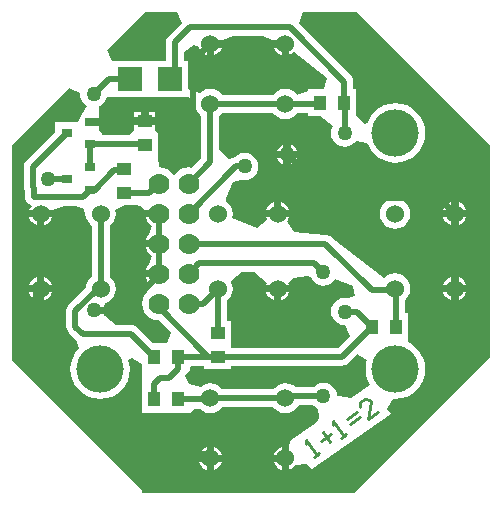
<source format=gtl>
%FSLAX24Y24*%
%MOIN*%
G70*
G01*
G75*
G04 Layer_Physical_Order=1*
G04 Layer_Color=255*
%ADD10R,0.0400X0.0500*%
%ADD11R,0.0800X0.0800*%
%ADD12R,0.0500X0.0400*%
%ADD13R,0.0354X0.0315*%
%ADD14C,0.0197*%
%ADD15C,0.0100*%
%ADD16C,0.1575*%
%ADD17C,0.0700*%
%ADD18C,0.0600*%
%ADD19C,0.0500*%
G36*
X3978Y-3646D02*
X3948Y-3743D01*
X3929Y-3937D01*
X3948Y-4131D01*
X4005Y-4317D01*
X4077Y-4453D01*
X4076Y-4454D01*
Y-4454D01*
X4076Y-4454D01*
X3440Y-4899D01*
X3038Y-4846D01*
X2971Y-4817D01*
X2958Y-4720D01*
X2913Y-4611D01*
X2841Y-4517D01*
X2747Y-4445D01*
X2637Y-4399D01*
X2520Y-4384D01*
X2402Y-4399D01*
X2293Y-4445D01*
X2199Y-4517D01*
X2183Y-4537D01*
X1591D01*
X1502Y-4469D01*
X1381Y-4418D01*
X1250Y-4401D01*
X1119Y-4418D01*
X998Y-4469D01*
X893Y-4549D01*
X851Y-4605D01*
X-851D01*
X-893Y-4549D01*
X-998Y-4469D01*
X-1119Y-4418D01*
X-1250Y-4401D01*
X-1381Y-4418D01*
X-1502Y-4469D01*
X-1571Y-4521D01*
X-1954Y-4432D01*
X-2087Y-4163D01*
X-2031Y-4074D01*
X-1924Y-3978D01*
X-1924D01*
Y-3901D01*
X-1879Y-3829D01*
X-1458D01*
Y-3921D01*
X-558D01*
Y-3822D01*
X3137D01*
X3215Y-3812D01*
X3288Y-3782D01*
X3350Y-3734D01*
X3350Y-3734D01*
X3350Y-3734D01*
X3640Y-3444D01*
X3978Y-3646D01*
D02*
G37*
G36*
X8063Y3528D02*
Y-3528D01*
X3528Y-8063D01*
X-3528D01*
Y-7962D01*
X-7861Y-3628D01*
Y-101D01*
Y-0D01*
X-7861D01*
X-7861Y0D01*
X-7861Y0D01*
Y3528D01*
X-5943Y5446D01*
X-5590Y5272D01*
X-5594Y5241D01*
X-5579Y5123D01*
X-5533Y5014D01*
X-5461Y4920D01*
X-5367Y4848D01*
X-5367Y4848D01*
X-5528Y4562D01*
X-5528Y4562D01*
D01*
D01*
X-5661Y4288D01*
D01*
X-5661Y4288D01*
X-6415D01*
Y3979D01*
X-7369Y3025D01*
X-7417Y2963D01*
X-7447Y2891D01*
X-7457Y2813D01*
Y2142D01*
X-7447Y2064D01*
X-7432Y2028D01*
Y1814D01*
X-7421Y1736D01*
X-7391Y1664D01*
X-7343Y1601D01*
X-7281Y1553D01*
X-7281Y1553D01*
D01*
D01*
D01*
X-7281D01*
X-7206Y1516D01*
X-7255Y1452D01*
X-7289Y1370D01*
X-6478D01*
X-6133Y1513D01*
X-5713D01*
X-5452Y1405D01*
X-5410Y1250D01*
X-5410Y1250D01*
X-5410D01*
X-5393Y1119D01*
X-5342Y998D01*
X-5262Y893D01*
X-5207Y851D01*
Y-851D01*
X-5262Y-893D01*
X-5342Y-998D01*
X-5393Y-1119D01*
X-5407Y-1225D01*
X-5958Y-1777D01*
X-6006Y-1839D01*
X-6036Y-1911D01*
X-6046Y-1989D01*
Y-2520D01*
X-6046Y-2520D01*
X-6046D01*
X-6036Y-2598D01*
X-6006Y-2670D01*
X-5958Y-2733D01*
X-5721Y-2969D01*
X-5623Y-3235D01*
X-5746Y-3386D01*
X-5838Y-3557D01*
X-5894Y-3743D01*
X-5913Y-3937D01*
X-5894Y-4131D01*
X-5838Y-4317D01*
X-5746Y-4488D01*
X-5623Y-4639D01*
X-5472Y-4762D01*
X-5301Y-4854D01*
X-5115Y-4910D01*
X-4921Y-4929D01*
X-4728Y-4910D01*
X-4542Y-4854D01*
X-4370Y-4762D01*
X-4220Y-4639D01*
X-4096Y-4488D01*
X-4005Y-4317D01*
X-3948Y-4131D01*
X-3929Y-3937D01*
X-3948Y-3743D01*
X-3980Y-3637D01*
X-3867Y-3570D01*
X-3524Y-3764D01*
Y-3978D01*
X-3524D01*
X-3510Y-3995D01*
X-3518Y-3985D01*
X-3518Y-4489D01*
X-3518D01*
Y-5389D01*
X-1918D01*
Y-5389D01*
X-1769Y-5250D01*
X-1607Y-5262D01*
X-1502Y-5342D01*
X-1381Y-5393D01*
X-1250Y-5410D01*
X-1119Y-5393D01*
X-998Y-5342D01*
X-893Y-5262D01*
X-851Y-5207D01*
X851D01*
X893Y-5262D01*
X998Y-5342D01*
X1119Y-5393D01*
X1250Y-5410D01*
X1381Y-5393D01*
X1502Y-5342D01*
X1607Y-5262D01*
X1687Y-5158D01*
X1695Y-5139D01*
X2183D01*
X2199Y-5159D01*
X2293Y-5231D01*
X2338Y-5249D01*
X2369Y-5532D01*
X2352Y-5661D01*
X2178Y-5783D01*
X2178Y-5783D01*
Y-5783D01*
X1455Y-6289D01*
Y-6289D01*
X1370Y-6481D01*
Y-6906D01*
Y-7289D01*
X1452Y-7255D01*
X1535Y-7191D01*
X1578Y-7135D01*
X1970Y-7105D01*
X2144Y-7271D01*
X2144Y-7271D01*
X4764Y-5436D01*
X4641Y-5261D01*
X4840Y-4921D01*
X4921Y-4929D01*
X5115Y-4910D01*
X5301Y-4854D01*
X5472Y-4762D01*
X5623Y-4639D01*
X5746Y-4488D01*
X5838Y-4317D01*
X5894Y-4131D01*
X5913Y-3937D01*
X5894Y-3743D01*
X5838Y-3557D01*
X5746Y-3386D01*
X5623Y-3235D01*
X5472Y-3112D01*
X5339Y-3040D01*
Y-2970D01*
X5339D01*
Y-2070D01*
X5240D01*
Y-1624D01*
X5262Y-1607D01*
X5342Y-1502D01*
X5393Y-1381D01*
X5410Y-1250D01*
X5393Y-1119D01*
X5342Y-998D01*
X5262Y-893D01*
X5158Y-813D01*
X5036Y-763D01*
X4906Y-746D01*
X4775Y-763D01*
X4653Y-813D01*
X4549Y-893D01*
X2796Y451D01*
X2791Y457D01*
X2728Y505D01*
X2656Y535D01*
X2578Y545D01*
X2578Y545D01*
X2578Y545D01*
X1537Y637D01*
X1394Y823D01*
X1315Y1003D01*
X1349Y1048D01*
X1383Y1130D01*
X617D01*
X648Y1054D01*
X636Y1037D01*
X303Y782D01*
X-513Y1119D01*
X-496Y1250D01*
X-513Y1381D01*
X-563Y1502D01*
X-643Y1607D01*
X-710Y1658D01*
X-717Y1761D01*
X-499Y2288D01*
D01*
X-218Y2384D01*
X-101Y2368D01*
X17Y2384D01*
X126Y2429D01*
X220Y2501D01*
X292Y2595D01*
X338Y2705D01*
X353Y2822D01*
X338Y2940D01*
X292Y3049D01*
X220Y3143D01*
X126Y3215D01*
X17Y3260D01*
X-101Y3276D01*
X-218Y3260D01*
X-328Y3215D01*
X-422Y3143D01*
D01*
X-622Y3054D01*
X-949Y3381D01*
Y4506D01*
X-893Y4549D01*
X-851Y4605D01*
X851D01*
X893Y4549D01*
X998Y4469D01*
X1119Y4418D01*
X1250Y4401D01*
X1381Y4418D01*
X1502Y4469D01*
X1607Y4549D01*
X1649Y4605D01*
X2019D01*
Y4489D01*
X2401D01*
X2832Y4158D01*
X2787Y4048D01*
X2771Y3931D01*
X2787Y3813D01*
X2832Y3704D01*
X2904Y3610D01*
X2998Y3538D01*
X3108Y3492D01*
X3225Y3477D01*
X3343Y3492D01*
X3452Y3538D01*
X3546Y3610D01*
X3601Y3681D01*
X3988Y3611D01*
X4005Y3557D01*
X4096Y3386D01*
X4220Y3235D01*
X4370Y3112D01*
X4542Y3020D01*
X4728Y2964D01*
X4921Y2945D01*
X5115Y2964D01*
X5301Y3020D01*
X5472Y3112D01*
X5623Y3235D01*
X5746Y3386D01*
X5838Y3557D01*
X5894Y3743D01*
X5913Y3937D01*
X5894Y4131D01*
X5838Y4317D01*
X5746Y4488D01*
X5623Y4639D01*
X5472Y4762D01*
X5301Y4854D01*
X5115Y4910D01*
X4921Y4929D01*
X4728Y4910D01*
X4542Y4854D01*
X4370Y4762D01*
X4220Y4639D01*
X4096Y4488D01*
X4005Y4317D01*
X3986Y4254D01*
X3921Y4242D01*
X3619Y4495D01*
Y5389D01*
X3520D01*
Y5650D01*
X3510Y5728D01*
X3480Y5801D01*
X3432Y5863D01*
X1697Y7598D01*
X1847Y7962D01*
X1847Y7962D01*
X3628D01*
X8063Y3528D01*
D02*
G37*
G36*
X651Y-1048D02*
X617Y-1130D01*
X1383D01*
X1349Y-1048D01*
X1552Y-893D01*
X1984Y-836D01*
X2099Y-867D01*
X2127Y-932D01*
X2199Y-1026D01*
X2293Y-1099D01*
X2402Y-1144D01*
X2520Y-1159D01*
X2637Y-1144D01*
X2747Y-1099D01*
X2841Y-1026D01*
X2912Y-934D01*
X2916Y-934D01*
X3500Y-1176D01*
X3576Y-1501D01*
X3343Y-1577D01*
X3225Y-1562D01*
X3108Y-1577D01*
X2998Y-1623D01*
X2904Y-1695D01*
X2832Y-1789D01*
X2787Y-1898D01*
X2771Y-2016D01*
X2787Y-2133D01*
X2832Y-2243D01*
X2904Y-2337D01*
X2998Y-2409D01*
X3108Y-2454D01*
X3225Y-2470D01*
X3237Y-2468D01*
X3411Y-2821D01*
X3012Y-3220D01*
X-558D01*
Y-3121D01*
Y-2321D01*
X-699D01*
Y-1649D01*
X-643Y-1607D01*
X-563Y-1502D01*
X-513Y-1381D01*
X-496Y-1250D01*
X-513Y-1119D01*
X-549Y-1032D01*
X-488Y-940D01*
X-181Y-704D01*
X202D01*
X651Y-1048D01*
D02*
G37*
G36*
X-3682Y1521D02*
X-3682Y1521D01*
X-3529Y1458D01*
X-3447Y1364D01*
X-2968D01*
Y1124D01*
X-3406D01*
X-3362Y1017D01*
X-3289Y923D01*
X-3195Y851D01*
X-3195Y851D01*
D01*
X-3289Y565D01*
X-3362Y471D01*
X-3406Y364D01*
X-2968D01*
Y124D01*
X-3406D01*
X-3362Y17D01*
X-3289Y-77D01*
X-3195Y-149D01*
X-3195Y-149D01*
D01*
X-3289Y-435D01*
X-3362Y-529D01*
X-3406Y-636D01*
X-2968D01*
Y-876D01*
X-3406D01*
X-3362Y-983D01*
X-3289Y-1077D01*
D01*
X-3289Y-1077D01*
X-3361Y-1364D01*
X-3449Y-1479D01*
X-3504Y-1612D01*
X-3523Y-1756D01*
X-3504Y-1899D01*
X-3449Y-2033D01*
X-3361Y-2148D01*
X-3246Y-2236D01*
X-3112Y-2292D01*
X-2968Y-2311D01*
X-2955Y-2309D01*
X-2550Y-2714D01*
X-2700Y-3078D01*
X-3149D01*
X-3683Y-2543D01*
X-3746Y-2495D01*
X-3818Y-2465D01*
X-3896Y-2455D01*
X-4409D01*
X-4774Y-2175D01*
X-4805Y-2128D01*
X-4789Y-2088D01*
X-5118D01*
Y-1849D01*
X-4777D01*
X-4775Y-1737D01*
D01*
X-4775Y-1737D01*
X-4653Y-1687D01*
X-4549Y-1607D01*
X-4469Y-1502D01*
X-4418Y-1381D01*
X-4401Y-1250D01*
X-4418Y-1119D01*
X-4469Y-998D01*
X-4549Y-893D01*
X-4605Y-851D01*
Y851D01*
X-4549Y893D01*
X-4469Y998D01*
X-4418Y1119D01*
X-4401Y1250D01*
X-4401Y1250D01*
X-4401Y1250D01*
X-4418Y1381D01*
X-4079Y1521D01*
X-3682D01*
X-3682Y1521D01*
D02*
G37*
G36*
X-1981Y5145D02*
X-1981Y5145D01*
X-1741Y5046D01*
X-1737Y5036D01*
X-1754Y4906D01*
X-1737Y4775D01*
X-1687Y4653D01*
X-1607Y4549D01*
X-1551Y4506D01*
Y3087D01*
X-1854Y2784D01*
X-1969Y2799D01*
X-2112Y2780D01*
X-2246Y2725D01*
X-2361Y2636D01*
X-2449Y2521D01*
D01*
X-2576Y2636D01*
X-2576Y2636D01*
Y2636D01*
X-2691Y2725D01*
X-2825Y2780D01*
X-2968Y2799D01*
X-2977Y3134D01*
X-2977Y3134D01*
X-2977Y3134D01*
Y3755D01*
X-2977Y3755D01*
X-2977Y3755D01*
X-2977Y3934D01*
X-3077Y4034D01*
X-3077Y4212D01*
X-3077Y4212D01*
X-3077Y4212D01*
Y4214D01*
X-3777D01*
Y4212D01*
X-3777Y4212D01*
X-3777Y4212D01*
X-3777Y4034D01*
D01*
X-3877Y3934D01*
D01*
X-3953Y3858D01*
X-4817D01*
X-4873Y3914D01*
D01*
X-4973Y4047D01*
Y4047D01*
X-4973Y4185D01*
X-5250D01*
Y4425D01*
X-4973D01*
Y4562D01*
X-4973D01*
Y4823D01*
X-4913Y4848D01*
X-4819Y4920D01*
X-4747Y5014D01*
X-4702Y5123D01*
X-4699Y5145D01*
X-4531D01*
Y5145D01*
X-3459D01*
X-3459Y5145D01*
X-3459Y5145D01*
X-3331Y5145D01*
X-3256D01*
X-3181D01*
X-3052Y5145D01*
X-3052Y5145D01*
X-3052Y5145D01*
X-1981D01*
X-1981Y5145D01*
D02*
G37*
G36*
X-2351Y7962D02*
X-2200Y7598D01*
X-2632Y7167D01*
X-2680Y7105D01*
X-2710Y7032D01*
X-2720Y6954D01*
Y6345D01*
X-3052D01*
X-3052Y6345D01*
X-3052Y6345D01*
X-3181Y6345D01*
X-3256D01*
X-3331D01*
X-3459Y6345D01*
X-3459Y6345D01*
X-3459Y6345D01*
X-4530D01*
X-4680Y6709D01*
X-3528Y7861D01*
X-3427Y7962D01*
X-2351D01*
X-2351Y7962D01*
D02*
G37*
G36*
X823Y7026D02*
X1250D01*
Y6906D01*
X1370D01*
Y6522D01*
X1452Y6556D01*
X1535Y6620D01*
X2656Y5760D01*
X2655Y5761D01*
X2528Y5389D01*
X2019D01*
Y5337D01*
X1646Y5211D01*
X1607Y5262D01*
X1502Y5342D01*
X1381Y5393D01*
X1250Y5410D01*
X1119Y5393D01*
X998Y5342D01*
X893Y5262D01*
X851Y5207D01*
X-851D01*
X-893Y5262D01*
X-998Y5342D01*
X-1119Y5393D01*
X-1250Y5410D01*
X-1381Y5393D01*
X-1502Y5342D01*
X-1607Y5262D01*
X-1608Y5260D01*
X-1981Y5387D01*
Y6345D01*
X-2118D01*
Y6632D01*
X-1798Y6861D01*
X-1641Y6808D01*
X-1640Y6801D01*
X-1599Y6704D01*
X-1535Y6620D01*
X-1452Y6556D01*
X-1370Y6522D01*
Y6906D01*
X-1250D01*
Y7026D01*
X-823D01*
X-505Y7157D01*
X505D01*
X823Y7026D01*
D02*
G37*
%LPC*%
G36*
X7289Y-1370D02*
X7026D01*
Y-1633D01*
X7107Y-1599D01*
X7191Y-1535D01*
X7255Y-1452D01*
X7289Y-1370D01*
D02*
G37*
G36*
X6786D02*
X6522D01*
X6556Y-1452D01*
X6620Y-1535D01*
X6704Y-1599D01*
X6786Y-1633D01*
Y-1370D01*
D02*
G37*
G36*
X1383D02*
X1120D01*
Y-1633D01*
X1202Y-1599D01*
X1285Y-1535D01*
X1349Y-1452D01*
X1383Y-1370D01*
D02*
G37*
G36*
X6786Y-867D02*
X6704Y-901D01*
X6620Y-965D01*
X6556Y-1048D01*
X6522Y-1130D01*
X6786D01*
Y-867D01*
D02*
G37*
G36*
X-7026D02*
X-7107Y-901D01*
X-7191Y-965D01*
X-7255Y-1048D01*
X-7289Y-1130D01*
X-7026D01*
Y-867D01*
D02*
G37*
G36*
X-1370Y-7026D02*
X-1633D01*
X-1599Y-7107D01*
X-1535Y-7191D01*
X-1452Y-7255D01*
X-1370Y-7289D01*
Y-7026D01*
D02*
G37*
G36*
X-6786Y-867D02*
Y-1130D01*
X-6522D01*
X-6556Y-1048D01*
X-6620Y-965D01*
X-6704Y-901D01*
X-6786Y-867D01*
D02*
G37*
G36*
X880Y-1370D02*
X617D01*
X651Y-1452D01*
X715Y-1535D01*
X798Y-1599D01*
X880Y-1633D01*
Y-1370D01*
D02*
G37*
G36*
X-1130Y-6522D02*
Y-6786D01*
X-867D01*
X-901Y-6704D01*
X-965Y-6620D01*
X-1048Y-6556D01*
X-1130Y-6522D01*
D02*
G37*
G36*
X-1370D02*
X-1452Y-6556D01*
X-1535Y-6620D01*
X-1599Y-6704D01*
X-1633Y-6786D01*
X-1370D01*
Y-6522D01*
D02*
G37*
G36*
X1130Y-7026D02*
X867D01*
X901Y-7107D01*
X965Y-7191D01*
X1048Y-7255D01*
X1130Y-7289D01*
Y-7026D01*
D02*
G37*
G36*
Y-6522D02*
X1048Y-6556D01*
X965Y-6620D01*
X901Y-6704D01*
X867Y-6786D01*
X1130D01*
Y-6522D01*
D02*
G37*
G36*
X-6522Y-1370D02*
X-6786D01*
Y-1633D01*
X-6704Y-1599D01*
X-6620Y-1535D01*
X-6556Y-1452D01*
X-6522Y-1370D01*
D02*
G37*
G36*
X-7026D02*
X-7289D01*
X-7255Y-1452D01*
X-7191Y-1535D01*
X-7107Y-1599D01*
X-7026Y-1633D01*
Y-1370D01*
D02*
G37*
G36*
X-867Y-7026D02*
X-1130D01*
Y-7289D01*
X-1048Y-7255D01*
X-965Y-7191D01*
X-901Y-7107D01*
X-867Y-7026D01*
D02*
G37*
G36*
X1639Y3105D02*
X1430D01*
Y2896D01*
X1487Y2919D01*
X1560Y2976D01*
X1616Y3049D01*
X1639Y3105D01*
D02*
G37*
G36*
X1190Y3554D02*
X1134Y3531D01*
X1061Y3475D01*
X1005Y3402D01*
X981Y3345D01*
X1190D01*
Y3554D01*
D02*
G37*
G36*
X7026Y1633D02*
Y1370D01*
X7289D01*
X7255Y1452D01*
X7191Y1535D01*
X7107Y1599D01*
X7026Y1633D01*
D02*
G37*
G36*
X1190Y3105D02*
X981D01*
X1005Y3049D01*
X1061Y2976D01*
X1134Y2919D01*
X1190Y2896D01*
Y3105D01*
D02*
G37*
G36*
X1430Y3554D02*
Y3345D01*
X1639D01*
X1616Y3402D01*
X1560Y3475D01*
X1487Y3531D01*
X1430Y3554D01*
D02*
G37*
G36*
X-867Y6786D02*
X-1130D01*
Y6522D01*
X-1048Y6556D01*
X-965Y6620D01*
X-901Y6704D01*
X-867Y6786D01*
D02*
G37*
G36*
X1130D02*
X867D01*
X901Y6704D01*
X965Y6620D01*
X1048Y6556D01*
X1130Y6522D01*
Y6786D01*
D02*
G37*
G36*
X-3547Y4634D02*
X-3777D01*
Y4454D01*
X-3547D01*
Y4634D01*
D02*
G37*
G36*
X-3077D02*
X-3307D01*
Y4454D01*
X-3077D01*
Y4634D01*
D02*
G37*
G36*
X-7026Y1130D02*
X-7289D01*
X-7255Y1048D01*
X-7191Y965D01*
X-7107Y901D01*
X-7026Y867D01*
Y1130D01*
D02*
G37*
G36*
X-6522D02*
X-6786D01*
Y867D01*
X-6704Y901D01*
X-6620Y965D01*
X-6556Y1048D01*
X-6522Y1130D01*
D02*
G37*
G36*
X7026Y-867D02*
Y-1130D01*
X7289D01*
X7255Y-1048D01*
X7191Y-965D01*
X7107Y-901D01*
X7026Y-867D01*
D02*
G37*
G36*
X4906Y1754D02*
X4775Y1737D01*
X4653Y1687D01*
X4549Y1607D01*
X4469Y1502D01*
X4418Y1381D01*
X4401Y1250D01*
X4418Y1119D01*
X4469Y998D01*
X4549Y893D01*
X4653Y813D01*
X4775Y763D01*
X4906Y746D01*
X5036Y763D01*
X5158Y813D01*
X5262Y893D01*
X5342Y998D01*
X5393Y1119D01*
X5410Y1250D01*
X5393Y1381D01*
X5342Y1502D01*
X5262Y1607D01*
X5158Y1687D01*
X5036Y1737D01*
X4906Y1754D01*
D02*
G37*
G36*
X6786Y1130D02*
X6522D01*
X6556Y1048D01*
X6620Y965D01*
X6704Y901D01*
X6786Y867D01*
Y1130D01*
D02*
G37*
G36*
X1120Y1633D02*
Y1370D01*
X1383D01*
X1349Y1452D01*
X1285Y1535D01*
X1202Y1599D01*
X1120Y1633D01*
D02*
G37*
G36*
X6786D02*
X6704Y1599D01*
X6620Y1535D01*
X6556Y1452D01*
X6522Y1370D01*
X6786D01*
Y1633D01*
D02*
G37*
G36*
X7289Y1130D02*
X7026D01*
Y867D01*
X7107Y901D01*
X7191Y965D01*
X7255Y1048D01*
X7289Y1130D01*
D02*
G37*
G36*
X880Y1633D02*
X798Y1599D01*
X715Y1535D01*
X651Y1452D01*
X617Y1370D01*
X880D01*
Y1633D01*
D02*
G37*
%LPD*%
G54D10*
X-3124Y-3528D02*
D03*
X-2324D02*
D03*
X2419Y4939D02*
D03*
X3219D02*
D03*
X4939Y-2520D02*
D03*
X4139D02*
D03*
X-2318Y-4939D02*
D03*
X-3118D02*
D03*
G54D11*
X-2581Y5745D02*
D03*
X-3931D02*
D03*
G54D12*
X-4132Y2721D02*
D03*
Y1921D02*
D03*
X-1008Y-2721D02*
D03*
Y-3521D02*
D03*
X-3427Y4334D02*
D03*
Y3534D02*
D03*
G54D13*
X-5250Y2793D02*
D03*
Y2045D02*
D03*
X-6038Y2419D02*
D03*
X-5250Y4305D02*
D03*
Y3557D02*
D03*
X-6038Y3931D02*
D03*
G54D14*
X-3025Y-1813D02*
X-1317Y-3521D01*
X-1014Y-3528D02*
X-1008Y-3521D01*
X-2324Y-3528D02*
X-1014D01*
X-6148Y-4233D02*
X-4838Y-5543D01*
X-6148Y-4233D02*
Y-3326D01*
X-6652Y-2822D02*
X-6148Y-3326D01*
X-6652Y-2822D02*
Y-2318D01*
X-4838Y-5543D02*
X-3729D01*
X-2520Y-6753D01*
X-1403D01*
X-5509Y-2756D02*
X-3896D01*
X-3124Y-3528D01*
X-3118Y-4939D02*
Y-4428D01*
X-2923Y-4233D01*
X-2620D01*
X-2324Y-3937D01*
Y-3528D01*
X-1317Y-3521D02*
X-1008D01*
X-3118Y-1906D02*
X-3025Y-1813D01*
X-5745Y-1989D02*
X-5005Y-1250D01*
X-5745Y-2520D02*
Y-1989D01*
Y-2520D02*
X-5509Y-2756D01*
X-7055Y-1400D02*
X-6906Y-1250D01*
X-7055Y-1915D02*
Y-1400D01*
Y-1915D02*
X-6652Y-2318D01*
X-5118Y-1969D02*
X-4134D01*
X-5005Y-1250D02*
X-4906D01*
X-4134Y-1969D02*
X-2968Y-803D01*
X6384Y1772D02*
X6906Y1250D01*
X2764Y1772D02*
X6384D01*
X1310Y3225D02*
X2764Y1772D01*
X3635Y-2016D02*
X4139Y-2520D01*
X3225Y-2016D02*
X3635D01*
X3225Y3931D02*
Y4932D01*
X3219Y4939D02*
X3225Y4932D01*
X-1403Y-6753D02*
X-1250Y-6906D01*
X-2968Y244D02*
Y1244D01*
Y-803D02*
Y244D01*
X-391Y2822D02*
X-101D01*
X-1969Y1244D02*
X-391Y2822D01*
X4845Y-1310D02*
X4906Y-1250D01*
X4132Y-1310D02*
X4845D01*
X2578Y244D02*
X4132Y-1310D01*
X-1969Y244D02*
X2578D01*
X2217Y-403D02*
X2520Y-706D01*
X-1616Y-403D02*
X2217D01*
X-1969Y-756D02*
X-1616Y-403D01*
X1318Y-4838D02*
X2520D01*
X1250Y-4906D02*
X1318Y-4838D01*
X-1969Y-1756D02*
X-1506D01*
X-1000Y-1250D01*
Y-2713D02*
Y-1250D01*
X-1008Y-2721D02*
X-1000Y-2713D01*
X-1008Y-3521D02*
X3137D01*
X4139Y-2520D01*
X4939D02*
Y-1283D01*
X4906Y-1250D02*
X4939Y-1283D01*
X-1250Y-4906D02*
X1250D01*
X-1283Y-4939D02*
X-1250Y-4906D01*
X-2318Y-4939D02*
X-1283D01*
X-4906Y-1250D02*
Y1250D01*
X-3291Y1921D02*
X-2968Y2244D01*
X-4132Y1921D02*
X-3291D01*
X-5481Y1814D02*
X-5250Y2045D01*
X-7131Y1814D02*
X-5481D01*
X-7131D02*
Y2117D01*
X-7156Y2142D02*
X-7131Y2117D01*
X-7156Y2142D02*
Y2813D01*
X-6038Y3931D01*
X-4636Y5745D02*
X-3931D01*
X-5140Y5241D02*
X-4636Y5745D01*
X-6652Y2419D02*
X-6038D01*
X-5250Y2793D02*
Y3557D01*
X-5140Y2016D02*
X-4444Y2712D01*
X-3450Y3557D02*
X-3427Y3534D01*
X-5250Y3557D02*
X-3450D01*
X-4142Y2712D02*
X-4132Y2721D01*
X-4444Y2712D02*
X-4142D01*
X3219Y4939D02*
Y5650D01*
X1411Y7458D02*
X3219Y5650D01*
X-1915Y7458D02*
X1411D01*
X-2419Y6954D02*
X-1915Y7458D01*
X-2419Y5907D02*
Y6954D01*
X-2581Y5745D02*
X-2419Y5907D01*
X-5250Y4305D02*
X-5221Y4334D01*
X-3427D01*
X-1814D02*
Y6341D01*
X-3427Y4334D02*
X-1814D01*
Y6341D02*
X-1250Y6906D01*
X1250D01*
Y4906D02*
X2386D01*
X-1250D02*
X1250D01*
X2386D02*
X2419Y4939D01*
X-1250Y2963D02*
Y4906D01*
X-1969Y2244D02*
X-1250Y2963D01*
G54D15*
X2217Y-6854D02*
X2381Y-6739D01*
X2299Y-6796D01*
X1955Y-6305D01*
X1931Y-6444D01*
X2455Y-6321D02*
X2782Y-6092D01*
X2504Y-6043D02*
X2733Y-6370D01*
X3118Y-6223D02*
X3282Y-6108D01*
X3200Y-6165D01*
X2856Y-5674D01*
X2831Y-5813D01*
X3413Y-5772D02*
X3740Y-5543D01*
X3298Y-5609D02*
X3626Y-5379D01*
X4346Y-5363D02*
X4019Y-5592D01*
X4117Y-5035D01*
X4060Y-4953D01*
X3921Y-4929D01*
X3757Y-5043D01*
X3732Y-5183D01*
G54D16*
X-4921Y-3937D02*
D03*
X4921D02*
D03*
Y3937D02*
D03*
G54D17*
X-1969Y2244D02*
D03*
X-2968Y-1756D02*
D03*
X-1969D02*
D03*
X-2968Y-756D02*
D03*
X-1969D02*
D03*
X-2968Y244D02*
D03*
X-1969D02*
D03*
X-2968Y1244D02*
D03*
X-1969D02*
D03*
X-2968Y2244D02*
D03*
G54D18*
X-1250Y4906D02*
D03*
Y6906D02*
D03*
X1250D02*
D03*
Y4906D02*
D03*
X-4906Y-1250D02*
D03*
X-6906D02*
D03*
Y1250D02*
D03*
X-4906D02*
D03*
X4906D02*
D03*
X6906D02*
D03*
Y-1250D02*
D03*
X4906D02*
D03*
X1250Y-4906D02*
D03*
Y-6906D02*
D03*
X-1250D02*
D03*
Y-4906D02*
D03*
X-1000Y1250D02*
D03*
X1000D02*
D03*
Y-1250D02*
D03*
X-1000D02*
D03*
G54D19*
X-5118Y-1969D02*
D03*
X3225Y-2016D02*
D03*
Y3931D02*
D03*
X-101Y2822D02*
D03*
X2520Y-706D02*
D03*
Y-4838D02*
D03*
X1310Y3225D02*
D03*
X-5140Y5241D02*
D03*
X-6652Y2419D02*
D03*
M02*

</source>
